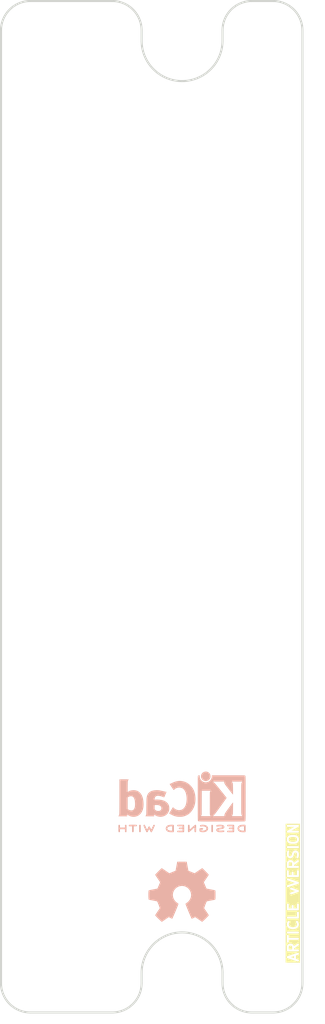
<source format=kicad_pcb>
(kicad_pcb (version 20240108) (generator "pcbnew") (generator_version "8.0")
  (title_block (title "${article} v${version}"))
  (layers (0 "F.Cu" signal) (31 "B.Cu" signal) (34 "B.Paste" user) (35 "F.Paste" user) (36 "B.SilkS" user "B.Silkscreen") (37 "F.SilkS" user "F.Silkscreen") (38 "B.Mask" user) (39 "F.Mask" user) (44 "Edge.Cuts" user))
  (property "article" "ARTICLE")
  (property "version" "VERSION")
  (net 0 "")
  (footprint "MountingHole:MountingHole_2.2mm_M2" (layer "F.Cu") (at 77.8 53.8)
    (property "Reference" "H1" (hide yes))
    (property "Value" "MountingHole")
    (pad "" np_thru_hole circle (at 0 0) (size 2.2 2.2) (drill 2.2) (layers "*.Cu" "*.Mask"))
  )
  (footprint "MountingHole:MountingHole_2.2mm_M2" (layer "F.Cu") (at 60.8 147.8)
    (property "Reference" "H4" (hide yes))
    (property "Value" "MountingHole")
    (pad "" np_thru_hole circle (at 0 0) (size 2.2 2.2) (drill 2.2) (layers "*.Cu" "*.Mask"))
  )
  (footprint "MountingHole:MountingHole_2.2mm_M2" (layer "F.Cu") (at 77.8 147.8)
    (property "Reference" "H2" (hide yes))
    (property "Value" "MountingHole")
    (pad "" np_thru_hole circle (at 0 0) (size 2.2 2.2) (drill 2.2) (layers "*.Cu" "*.Mask"))
  )
  (footprint "MountingHole:MountingHole_2.2mm_M2" (layer "F.Cu") (at 60.8 53.8)
    (property "Reference" "H3" (hide yes))
    (property "Value" "MountingHole")
    (pad "" np_thru_hole circle (at 0 0) (size 2.2 2.2) (drill 2.2) (layers "*.Cu" "*.Mask"))
  )
  (footprint "Symbol:OSHW-Symbol_6.7x6mm_SilkScreen" (layer "B.Cu") (at 68.8 138.8 180)
    (property "Reference" "REF**" (hide yes))
    (property "Value" "OSHW-Symbol_6.7x6mm_SilkScreen" (hide yes))
  )
  (footprint "Symbol:KiCad-Logo2_5mm_SilkScreen" (layer "B.Cu") (at 68.8 129.91 180)
    (property "Reference" "Logo_kicad" (hide yes))
    (property "Value" "KiCad-Logo2_5mm_SilkScreen" (hide yes))
  )
  (gr_line (start 64.8 53.8) (end 64.8 54.85) (stroke (width 0.2)) (layer "Edge.Cuts"))
  (gr_arc (start 77.8 50.9) (mid 79.85061 51.74939) (end 80.7 53.8) (stroke (width 0.2)) (layer "Edge.Cuts"))
  (gr_line (start 61.9 150.7) (end 53.8 150.7) (stroke (width 0.2)) (layer "Edge.Cuts"))
  (gr_arc (start 61.9 50.9) (mid 63.95061 51.74939) (end 64.8 53.8) (stroke (width 0.2)) (layer "Edge.Cuts"))
  (gr_line (start 64.8 146.75) (end 64.8 147.8) (stroke (width 0.2)) (layer "Edge.Cuts"))
  (gr_arc (start 80.7 147.8) (mid 79.85061 149.85061) (end 77.8 150.7) (stroke (width 0.2)) (layer "Edge.Cuts"))
  (gr_line (start 50.9 147.8) (end 50.9 53.8) (stroke (width 0.2)) (layer "Edge.Cuts"))
  (gr_line (start 72.8 147.8) (end 72.8 146.75) (stroke (width 0.2)) (layer "Edge.Cuts"))
  (gr_arc (start 72.8 54.85) (mid 68.8 58.800312) (end 64.8 54.85) (stroke (width 0.2)) (layer "Edge.Cuts"))
  (gr_line (start 77.8 150.7) (end 75.7 150.7) (stroke (width 0.2)) (layer "Edge.Cuts"))
  (gr_arc (start 64.8 147.8) (mid 63.95061 149.85061) (end 61.9 150.7) (stroke (width 0.2)) (layer "Edge.Cuts"))
  (gr_arc (start 72.8 53.8) (mid 73.64939 51.74939) (end 75.7 50.9) (stroke (width 0.2)) (layer "Edge.Cuts"))
  (gr_arc (start 53.8 150.7) (mid 51.74939 149.85061) (end 50.9 147.8) (stroke (width 0.2)) (layer "Edge.Cuts"))
  (gr_line (start 80.7 53.8) (end 80.7 147.8) (stroke (width 0.2)) (layer "Edge.Cuts"))
  (gr_arc (start 50.9 53.8) (mid 51.74939 51.74939) (end 53.8 50.9) (stroke (width 0.2)) (layer "Edge.Cuts"))
  (gr_line (start 72.8 54.85) (end 72.8 53.8) (stroke (width 0.2)) (layer "Edge.Cuts"))
  (gr_arc (start 75.7 150.7) (mid 73.64939 149.85061) (end 72.8 147.8) (stroke (width 0.2)) (layer "Edge.Cuts"))
  (gr_line (start 75.7 50.9) (end 77.8 50.9) (stroke (width 0.2)) (layer "Edge.Cuts"))
  (gr_line (start 53.8 50.9) (end 61.9 50.9) (stroke (width 0.2)) (layer "Edge.Cuts"))
  (gr_arc (start 64.8 146.75) (mid 68.8 142.799688) (end 72.8 146.75) (stroke (width 0.2)) (layer "Edge.Cuts"))
  (gr_text "${article} v${version}" (at 79.8 145.8 90) (layer "F.SilkS" knockout) (effects (font (size 1 1) (thickness 0.2) (bold yes)) (justify left)))
)
</source>
